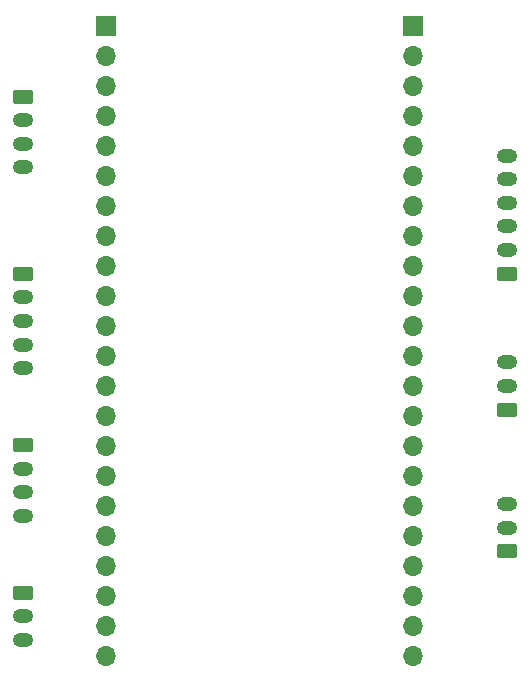
<source format=gbr>
%TF.GenerationSoftware,KiCad,Pcbnew,9.0.4*%
%TF.CreationDate,2025-09-08T16:44:26+02:00*%
%TF.ProjectId,STYX_V1,53545958-5f56-4312-9e6b-696361645f70,rev?*%
%TF.SameCoordinates,Original*%
%TF.FileFunction,Soldermask,Bot*%
%TF.FilePolarity,Negative*%
%FSLAX46Y46*%
G04 Gerber Fmt 4.6, Leading zero omitted, Abs format (unit mm)*
G04 Created by KiCad (PCBNEW 9.0.4) date 2025-09-08 16:44:26*
%MOMM*%
%LPD*%
G01*
G04 APERTURE LIST*
G04 Aperture macros list*
%AMRoundRect*
0 Rectangle with rounded corners*
0 $1 Rounding radius*
0 $2 $3 $4 $5 $6 $7 $8 $9 X,Y pos of 4 corners*
0 Add a 4 corners polygon primitive as box body*
4,1,4,$2,$3,$4,$5,$6,$7,$8,$9,$2,$3,0*
0 Add four circle primitives for the rounded corners*
1,1,$1+$1,$2,$3*
1,1,$1+$1,$4,$5*
1,1,$1+$1,$6,$7*
1,1,$1+$1,$8,$9*
0 Add four rect primitives between the rounded corners*
20,1,$1+$1,$2,$3,$4,$5,0*
20,1,$1+$1,$4,$5,$6,$7,0*
20,1,$1+$1,$6,$7,$8,$9,0*
20,1,$1+$1,$8,$9,$2,$3,0*%
G04 Aperture macros list end*
%ADD10RoundRect,0.250000X0.625000X-0.350000X0.625000X0.350000X-0.625000X0.350000X-0.625000X-0.350000X0*%
%ADD11O,1.750000X1.200000*%
%ADD12RoundRect,0.250000X-0.625000X0.350000X-0.625000X-0.350000X0.625000X-0.350000X0.625000X0.350000X0*%
%ADD13R,1.700000X1.700000*%
%ADD14O,1.700000X1.700000*%
G04 APERTURE END LIST*
D10*
%TO.C,frein Droit*%
X123950000Y-76500000D03*
D11*
X123950000Y-74500000D03*
X123950000Y-72500000D03*
%TD*%
D10*
%TO.C,frein Gauche*%
X124000000Y-88500000D03*
D11*
X124000000Y-86500000D03*
X124000000Y-84500000D03*
%TD*%
%TO.C,Gaz*%
X83000000Y-96000000D03*
X83000000Y-94000000D03*
D12*
X83000000Y-92000000D03*
%TD*%
D10*
%TO.C,REF\u002A\u002A*%
X124000000Y-65000000D03*
D11*
X124000000Y-63000000D03*
X124000000Y-61000000D03*
X124000000Y-59000000D03*
X124000000Y-57000000D03*
X124000000Y-55000000D03*
%TD*%
D12*
%TO.C,REF\u002A\u002A*%
X83000000Y-79500000D03*
D11*
X83000000Y-81500000D03*
X83000000Y-83500000D03*
X83000000Y-85500000D03*
%TD*%
D12*
%TO.C,REF\u002A\u002A*%
X83000000Y-50000000D03*
D11*
X83000000Y-52000000D03*
X83000000Y-54000000D03*
X83000000Y-56000000D03*
%TD*%
D13*
%TO.C,REF\u002A\u002A*%
X116000000Y-44000000D03*
D14*
X116000000Y-46540000D03*
X116000000Y-49080000D03*
X116000000Y-51620000D03*
X116000000Y-54160000D03*
X116000000Y-56700000D03*
X116000000Y-59240000D03*
X116000000Y-61780000D03*
X116000000Y-64320000D03*
X116000000Y-66860000D03*
X116000000Y-69400000D03*
X116000000Y-71940000D03*
X116000000Y-74480000D03*
X116000000Y-77020000D03*
X116000000Y-79560000D03*
X116000000Y-82100000D03*
X116000000Y-84640000D03*
X116000000Y-87180000D03*
X116000000Y-89720000D03*
X116000000Y-92260000D03*
X116000000Y-94800000D03*
X116000000Y-97340000D03*
%TD*%
D13*
%TO.C,REF\u002A\u002A*%
X90000000Y-44000000D03*
D14*
X90000000Y-46540000D03*
X90000000Y-49080000D03*
X90000000Y-51620000D03*
X90000000Y-54160000D03*
X90000000Y-56700000D03*
X90000000Y-59240000D03*
X90000000Y-61780000D03*
X90000000Y-64320000D03*
X90000000Y-66860000D03*
X90000000Y-69400000D03*
X90000000Y-71940000D03*
X90000000Y-74480000D03*
X90000000Y-77020000D03*
X90000000Y-79560000D03*
X90000000Y-82100000D03*
X90000000Y-84640000D03*
X90000000Y-87180000D03*
X90000000Y-89720000D03*
X90000000Y-92260000D03*
X90000000Y-94800000D03*
X90000000Y-97340000D03*
%TD*%
D12*
%TO.C,REF\u002A\u002A*%
X83000000Y-65000000D03*
D11*
X83000000Y-67000000D03*
X83000000Y-69000000D03*
X83000000Y-71000000D03*
X83000000Y-73000000D03*
%TD*%
M02*

</source>
